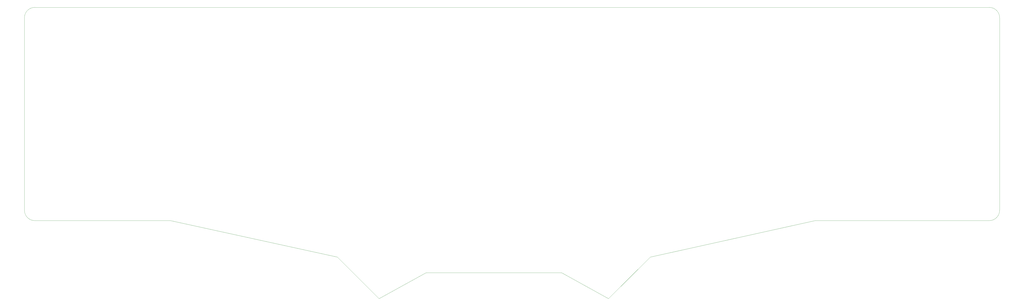
<source format=gm1>
G04 #@! TF.GenerationSoftware,KiCad,Pcbnew,(5.1.6)-1*
G04 #@! TF.CreationDate,2020-12-27T00:59:08+01:00*
G04 #@! TF.ProjectId,middle,6d696464-6c65-42e6-9b69-6361645f7063,rev?*
G04 #@! TF.SameCoordinates,Original*
G04 #@! TF.FileFunction,Profile,NP*
%FSLAX46Y46*%
G04 Gerber Fmt 4.6, Leading zero omitted, Abs format (unit mm)*
G04 Created by KiCad (PCBNEW (5.1.6)-1) date 2020-12-27 00:59:08*
%MOMM*%
%LPD*%
G01*
G04 APERTURE LIST*
G04 #@! TA.AperFunction,Profile*
%ADD10C,0.050000*%
G04 #@! TD*
G04 #@! TA.AperFunction,Profile*
%ADD11C,0.050010*%
G04 #@! TD*
G04 APERTURE END LIST*
D10*
X233899600Y-178878400D02*
X213899600Y-158878400D01*
X213899600Y-158878400D02*
X133899600Y-141378400D01*
X302898800Y-38878400D02*
X526399600Y-38878400D01*
D11*
X274898800Y-38878400D02*
X302898800Y-38878400D01*
D10*
X531399600Y-136378400D02*
G75*
G02*
X526399600Y-141378400I-5000000J0D01*
G01*
X68899600Y-141378400D02*
G75*
G02*
X63899600Y-136378400I0J5000000D01*
G01*
X526399600Y-38878400D02*
G75*
G02*
X531399600Y-43878400I0J-5000000D01*
G01*
X63899600Y-43878400D02*
G75*
G02*
X68899600Y-38878400I5000000J0D01*
G01*
X256399600Y-166378400D02*
X233899600Y-178878400D01*
X321399600Y-166378400D02*
X343899600Y-178878400D01*
X256399600Y-166378400D02*
X321399600Y-166378400D01*
X68899600Y-141378400D02*
X133899600Y-141378400D01*
X63899600Y-43878400D02*
X63899600Y-136378400D01*
X274898800Y-38878400D02*
X68899600Y-38878400D01*
X531399600Y-136378400D02*
X531399600Y-43878400D01*
X526399600Y-141378400D02*
X442899600Y-141378400D01*
X363899600Y-158878400D02*
X442899600Y-141378400D01*
X343899600Y-178878400D02*
X363899600Y-158878400D01*
M02*

</source>
